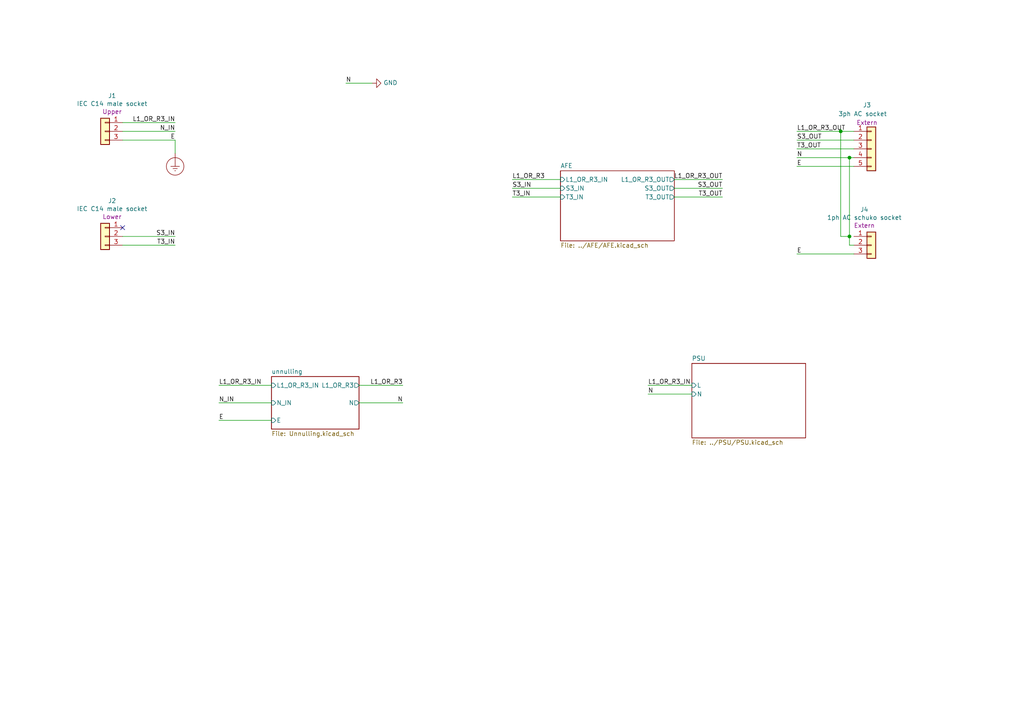
<source format=kicad_sch>
(kicad_sch (version 20211123) (generator eeschema)
  (paper "A4")
  (lib_symbols
    (symbol "Connector_Generic:Conn_01x03" (pin_names (offset 1.016) hide)
      (property "Reference" "J" (at 0 5.08 0))
      (property "Value" "Conn_01x03" (at 0 -5.08 0))
      (symbol "Conn_01x03_1_1"
        (rectangle (start -1.27 -2.413) (end 0 -2.667) (stroke (width 0.1524)))
        (rectangle (start -1.27 0.127) (end 0 -0.127) (stroke (width 0.1524)))
        (rectangle (start -1.27 2.667) (end 0 2.413) (stroke (width 0.1524)))
        (rectangle (start -1.27 3.81) (end 1.27 -3.81) (stroke (width 0.254)) (fill (type background)))
        (pin passive line (at -5.08 2.54 0) (length 3.81) (name "Pin_1") (number "1"))
        (pin passive line (at -5.08 0 0) (length 3.81) (name "Pin_2") (number "2"))
        (pin passive line (at -5.08 -2.54 0) (length 3.81) (name "Pin_3") (number "3"))
      )
    )
    (symbol "Connector_Generic:Conn_01x05" (pin_names (offset 1.016) hide)
      (property "Reference" "J" (at 0 7.62 0))
      (property "Value" "Conn_01x05" (at 0 -7.62 0))
      (symbol "Conn_01x05_1_1"
        (rectangle (start -1.27 -4.953) (end 0 -5.207) (stroke (width 0.1524)))
        (rectangle (start -1.27 -2.413) (end 0 -2.667) (stroke (width 0.1524)))
        (rectangle (start -1.27 0.127) (end 0 -0.127) (stroke (width 0.1524)))
        (rectangle (start -1.27 2.667) (end 0 2.413) (stroke (width 0.1524)))
        (rectangle (start -1.27 5.207) (end 0 4.953) (stroke (width 0.1524)))
        (rectangle (start -1.27 6.35) (end 1.27 -6.35) (stroke (width 0.254)) (fill (type background)))
        (pin passive line (at -5.08 5.08 0) (length 3.81) (name "Pin_1") (number "1"))
        (pin passive line (at -5.08 2.54 0) (length 3.81) (name "Pin_2") (number "2"))
        (pin passive line (at -5.08 0 0) (length 3.81) (name "Pin_3") (number "3"))
        (pin passive line (at -5.08 -2.54 0) (length 3.81) (name "Pin_4") (number "4"))
        (pin passive line (at -5.08 -5.08 0) (length 3.81) (name "Pin_5") (number "5"))
      )
    )
    (symbol "power:Earth_Protective" (power) (pin_names (offset 0))
      (symbol "Earth_Protective_0_1"
        (circle (center 0 -3.81) (radius 2.54))
        (polyline (pts (xy -0.635 -4.445) (xy 0.635 -4.445)))
        (polyline (pts (xy -0.127 -5.08) (xy 0.127 -5.08)))
        (polyline (pts (xy 0 -3.81) (xy 0 0)))
        (polyline (pts (xy 1.27 -3.81) (xy -1.27 -3.81)))
      )
      (symbol "Earth_Protective_1_1"
        (pin power_in line (at 0 0 270) (length 0) hide (name "Earth_Protective") (number "1"))
      )
    )
    (symbol "power:GND" (power) (pin_names (offset 0))
      (property "Value" "GND" (at 0 -3.81 0))
      (symbol "GND_0_1"
        (polyline (pts (xy 0 0) (xy 0 -1.27) (xy 1.27 -1.27) (xy 0 -2.54) (xy -1.27 -1.27) (xy 0 -1.27)))
      )
      (symbol "GND_1_1"
        (pin power_in line (at 0 0 270) (length 0) hide (name "GND") (number "1"))
      )
    )
  )
  (junction (at 246.38 45.72))
  (junction (at 246.38 68.58))
  (junction (at 243.84 38.1))
  (no_connect (at 35.56 66.04))
  (wire (pts (xy 50.8 68.58) (xy 35.56 68.58)))
  (wire (pts (xy 50.8 38.1) (xy 35.56 38.1)))
  (wire (pts (xy 209.55 54.61) (xy 195.58 54.61)))
  (wire (pts (xy 195.58 52.07) (xy 209.55 52.07)))
  (wire (pts (xy 63.5 111.76) (xy 78.74 111.76)))
  (wire (pts (xy 148.59 54.61) (xy 162.56 54.61)))
  (wire (pts (xy 187.96 111.76) (xy 200.66 111.76)))
  (wire (pts (xy 50.8 35.56) (xy 35.56 35.56)))
  (wire (pts (xy 246.38 68.58) (xy 243.84 68.58)))
  (wire (pts (xy 78.74 121.92) (xy 63.5 121.92)))
  (wire (pts (xy 35.56 40.64) (xy 50.8 40.64)))
  (wire (pts (xy 50.8 40.64) (xy 50.8 44.45)))
  (wire (pts (xy 246.38 45.72) (xy 231.14 45.72)))
  (wire (pts (xy 246.38 68.58) (xy 246.38 71.12)))
  (wire (pts (xy 116.84 116.84) (xy 104.14 116.84)))
  (wire (pts (xy 116.84 111.76) (xy 104.14 111.76)))
  (wire (pts (xy 246.38 45.72) (xy 246.38 68.58)))
  (wire (pts (xy 231.14 48.26) (xy 247.65 48.26)))
  (wire (pts (xy 231.14 40.64) (xy 247.65 40.64)))
  (wire (pts (xy 63.5 116.84) (xy 78.74 116.84)))
  (wire (pts (xy 148.59 57.15) (xy 162.56 57.15)))
  (wire (pts (xy 107.95 24.13) (xy 100.33 24.13)))
  (wire (pts (xy 247.65 71.12) (xy 246.38 71.12)))
  (wire (pts (xy 243.84 68.58) (xy 243.84 38.1)))
  (wire (pts (xy 209.55 57.15) (xy 195.58 57.15)))
  (wire (pts (xy 247.65 73.66) (xy 231.14 73.66)))
  (wire (pts (xy 231.14 38.1) (xy 243.84 38.1)))
  (wire (pts (xy 50.8 71.12) (xy 35.56 71.12)))
  (wire (pts (xy 247.65 45.72) (xy 246.38 45.72)))
  (wire (pts (xy 162.56 52.07) (xy 148.59 52.07)))
  (wire (pts (xy 187.96 114.3) (xy 200.66 114.3)))
  (wire (pts (xy 231.14 43.18) (xy 247.65 43.18)))
  (wire (pts (xy 243.84 38.1) (xy 247.65 38.1)))
  (label "L1_OR_R3" (at 116.84 111.76 180))
  (label "L1_OR_R3_IN" (at 50.8 35.56 180))
  (label "E" (at 50.8 40.64 180))
  (label "N" (at 231.14 45.72 0))
  (label "N_IN" (at 63.5 116.84 0))
  (label "T3_OUT" (at 231.14 43.18 0))
  (label "S3_OUT" (at 231.14 40.64 0))
  (label "N_IN" (at 50.8 38.1 180))
  (label "S3_OUT" (at 209.55 54.61 180))
  (label "N" (at 187.96 114.3 0))
  (label "E" (at 63.5 121.92 0))
  (label "N" (at 116.84 116.84 180))
  (label "T3_IN" (at 50.8 71.12 180))
  (label "L1_OR_R3_IN" (at 187.96 111.76 0))
  (label "N" (at 100.33 24.13 0))
  (label "L1_OR_R3_OUT" (at 209.55 52.07 180))
  (label "S3_IN" (at 50.8 68.58 180))
  (label "S3_IN" (at 148.59 54.61 0))
  (label "L1_OR_R3_IN" (at 63.5 111.76 0))
  (label "T3_IN" (at 148.59 57.15 0))
  (label "L1_OR_R3" (at 148.59 52.07 0))
  (label "T3_OUT" (at 209.55 57.15 180))
  (label "L1_OR_R3_OUT" (at 231.14 38.1 0))
  (label "E" (at 231.14 73.66 0))
  (label "E" (at 231.14 48.26 0))
  (symbol (lib_id "Connector_Generic:Conn_01x03") (at 30.48 38.1 0) (mirror y) (unit 1)
    (property "Reference" "J1" (at 32.512 27.7622 0))
    (property "Value" "IEC C14 male socket" (at 32.512 30.0736 0))
    (property "Comment" "Upper" (at 32.512 32.385 0))
  )
  (symbol (lib_id "Connector_Generic:Conn_01x03") (at 30.48 68.58 0) (mirror y) (unit 1)
    (property "Reference" "J2" (at 32.512 58.2422 0))
    (property "Value" "IEC C14 male socket" (at 32.512 60.5536 0))
    (property "Comment" "Lower" (at 32.512 62.865 0))
  )
  (symbol (lib_id "Connector_Generic:Conn_01x05") (at 252.73 43.18 0) (unit 1)
    (property "Reference" "J3" (at 251.46 30.48 0))
    (property "Value" "3ph AC socket" (at 250.19 33.02 0))
    (property "Comment" "Extern" (at 251.46 35.56 0))
  )
  (symbol (lib_id "Connector_Generic:Conn_01x03") (at 252.73 71.12 0) (unit 1)
    (property "Reference" "J4" (at 250.698 60.7822 0))
    (property "Value" "1ph AC schuko socket" (at 250.698 63.0936 0))
    (property "Comment" "Extern" (at 250.698 65.405 0))
  )
  (symbol (lib_id "power:GND") (at 107.95 24.13 90) (unit 1)
    (property "Reference" "#PWR01" (effects hide))
    (property "Value" "GND" (at 111.2012 24.003 90) (effects (justify right)))
  )
  (symbol (lib_id "power:Earth_Protective") (at 50.8 44.45 0) (unit 1)
    (property "Reference" "#PWR025" (effects hide))
    (property "Value" "Earth_Protective" (effects hide))
  )
  (sheet (at 162.56 49.53) (size 33.02 20.32)
    (property "Sheet name" "AFE" (at 162.56 48.8184 0) (effects (justify left bottom)))
    (property "Sheet file" "../AFE/AFE.kicad_sch" (at 162.56 70.4346 0) (effects (justify left top)))
    (pin "L1_OR_R3_IN" input (at 162.56 52.07 180))
    (pin "S3_IN" input (at 162.56 54.61 180))
    (pin "T3_IN" input (at 162.56 57.15 180))
    (pin "S3_OUT" output (at 195.58 54.61 0))
    (pin "T3_OUT" output (at 195.58 57.15 0))
    (pin "L1_OR_R3_OUT" output (at 195.58 52.07 0))
  )
  (sheet (at 200.66 105.41) (size 33.02 21.59) (stroke (width 0.1524))
    (property "Sheet name" "PSU" (at 200.66 104.6984 0) (effects (justify left bottom)))
    (property "Sheet file" "../PSU/PSU.kicad_sch" (at 200.66 127.5846 0) (effects (justify left top)))
    (pin "L" input (at 200.66 111.76 180))
    (pin "N" input (at 200.66 114.3 180))
  )
  (sheet (at 78.74 109.22) (size 25.4 15.24) (stroke (width 0.1524))
    (property "Sheet name" "unnulling" (at 78.74 108.5084 0) (effects (justify left bottom)))
    (property "Sheet file" "Unnulling.kicad_sch" (at 78.74 125.0446 0) (effects (justify left top)))
    (pin "L1_OR_R3_IN" input (at 78.74 111.76 180))
    (pin "N_IN" input (at 78.74 116.84 180))
    (pin "E" input (at 78.74 121.92 180))
    (pin "L1_OR_R3" output (at 104.14 111.76 0))
    (pin "N" output (at 104.14 116.84 0))
  )
)
</source>
